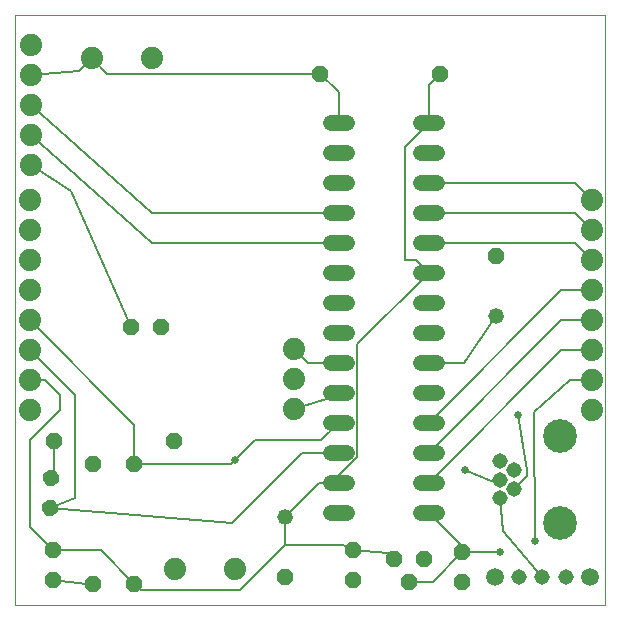
<source format=gtl>
G04 EAGLE Gerber X2 export*
%TF.Part,Single*%
%TF.FileFunction,Other,Top Layer*%
%TF.FilePolarity,Positive*%
%TF.GenerationSoftware,Autodesk,EAGLE,8.7.1*%
%TF.CreationDate,2018-04-17T03:08:04Z*%
G75*
%MOMM*%
%FSLAX34Y34*%
%LPD*%
%AMOC8*
5,1,8,0,0,1.08239X$1,22.5*%
G01*
%ADD10C,0.000000*%
%ADD11C,1.879600*%
%ADD12P,1.429621X8X22.500000*%
%ADD13P,1.429621X8X292.500000*%
%ADD14C,1.320800*%
%ADD15P,1.429621X8X112.500000*%
%ADD16C,1.308000*%
%ADD17C,2.850000*%
%ADD18P,1.429621X8X110.700000*%
%ADD19P,1.429621X8X202.500000*%
%ADD20C,1.320800*%
%ADD21C,1.508000*%
%ADD22C,0.152400*%
%ADD23C,0.654800*%


D10*
X0Y0D02*
X500000Y0D01*
X500000Y500000D01*
X0Y500000D01*
X0Y0D01*
D11*
X12700Y165100D03*
X12700Y190500D03*
X12700Y215900D03*
X12700Y241300D03*
X12700Y266700D03*
X12700Y292100D03*
X12700Y317500D03*
X12700Y342900D03*
X488950Y165100D03*
X488950Y190500D03*
X488950Y215900D03*
X488950Y241300D03*
X488950Y266700D03*
X488950Y292100D03*
X488950Y317500D03*
X488950Y342900D03*
D12*
X98200Y235900D03*
X123600Y235900D03*
D13*
X286770Y46690D03*
X286770Y21290D03*
X378870Y44650D03*
X378870Y19250D03*
D14*
X407400Y245100D03*
D15*
X407400Y295900D03*
D14*
X228400Y75000D03*
D13*
X228400Y24200D03*
D16*
X410560Y90370D03*
X410560Y106370D03*
X410560Y122370D03*
X422560Y98370D03*
X422560Y114370D03*
D17*
X461560Y142870D03*
X461560Y69870D03*
D13*
X32100Y46500D03*
X32100Y21100D03*
D18*
X29701Y82446D03*
X30499Y107834D03*
D13*
X66400Y119820D03*
X66400Y18220D03*
D19*
X134870Y138780D03*
X33270Y138780D03*
D12*
X258700Y449900D03*
X360300Y449900D03*
D13*
X101150Y119790D03*
X101150Y18190D03*
D20*
X267796Y408600D02*
X281004Y408600D01*
X281004Y383200D02*
X267796Y383200D01*
X267796Y357800D02*
X281004Y357800D01*
X281004Y332400D02*
X267796Y332400D01*
X267796Y307000D02*
X281004Y307000D01*
X281004Y281600D02*
X267796Y281600D01*
X267796Y256200D02*
X281004Y256200D01*
X281004Y230800D02*
X267796Y230800D01*
X267796Y205400D02*
X281004Y205400D01*
X281004Y180000D02*
X267796Y180000D01*
X267796Y154600D02*
X281004Y154600D01*
X281004Y129200D02*
X267796Y129200D01*
X267796Y103800D02*
X281004Y103800D01*
X281004Y78400D02*
X267796Y78400D01*
X343996Y78400D02*
X357204Y78400D01*
X357204Y103800D02*
X343996Y103800D01*
X343996Y129200D02*
X357204Y129200D01*
X357204Y154600D02*
X343996Y154600D01*
X343996Y180000D02*
X357204Y180000D01*
X357204Y205400D02*
X343996Y205400D01*
X343996Y230800D02*
X357204Y230800D01*
X357204Y256200D02*
X343996Y256200D01*
X343996Y281600D02*
X357204Y281600D01*
X357204Y307000D02*
X343996Y307000D01*
X343996Y332400D02*
X357204Y332400D01*
X357204Y357800D02*
X343996Y357800D01*
X343996Y383200D02*
X357204Y383200D01*
X357204Y408600D02*
X343996Y408600D01*
D21*
X486620Y24000D03*
X406620Y24000D03*
D16*
X466620Y24000D03*
X446620Y24000D03*
X426620Y24000D03*
D19*
X321400Y39100D03*
X334100Y20050D03*
X346800Y39100D03*
D11*
X65200Y462900D03*
X116000Y462900D03*
X186800Y31000D03*
X136000Y31000D03*
X14080Y473990D03*
X14080Y448590D03*
X14080Y423190D03*
X14080Y397790D03*
X14080Y372390D03*
X236450Y216870D03*
X236450Y191470D03*
X236450Y166070D03*
D22*
X410560Y90370D02*
X413100Y62600D01*
X446620Y24000D01*
X411050Y44650D02*
X378870Y44650D01*
X354270Y20050D01*
X334100Y20050D01*
X378870Y50130D02*
X350600Y78400D01*
X378870Y50130D02*
X378870Y44650D01*
D23*
X411050Y44650D03*
D22*
X440690Y54610D02*
X439420Y163830D01*
X469900Y190500D01*
X488950Y190500D01*
D23*
X440690Y54610D03*
D22*
X350600Y440200D02*
X360300Y449900D01*
X350600Y440200D02*
X350600Y408600D01*
X330200Y388200D01*
X330200Y292100D01*
X340100Y292100D01*
X350600Y281600D01*
X289894Y220894D01*
X274400Y110024D02*
X274400Y103800D01*
X274400Y110024D02*
X289894Y125518D01*
X289894Y220894D01*
X228400Y75000D02*
X228400Y50600D01*
X190500Y12700D01*
X106640Y12700D02*
X101150Y18190D01*
X106640Y12700D02*
X190500Y12700D01*
X286770Y46690D02*
X316350Y44150D01*
X321400Y39100D01*
X277780Y50600D02*
X228400Y50600D01*
X277780Y50600D02*
X286770Y46690D01*
X257200Y103800D02*
X228400Y75000D01*
X257200Y103800D02*
X274400Y103800D01*
X47400Y350500D02*
X14080Y372390D01*
X47400Y350500D02*
X98200Y235900D01*
X72840Y46500D02*
X32100Y46500D01*
X72840Y46500D02*
X101150Y18190D01*
X32100Y46500D02*
X12700Y65900D01*
X12700Y139700D01*
X38100Y165100D01*
X38100Y177800D01*
X25400Y190500D01*
X12700Y190500D01*
X32100Y21100D02*
X60380Y18220D01*
X66400Y18220D01*
X247920Y205400D02*
X274400Y205400D01*
X247920Y205400D02*
X236450Y216870D01*
X236450Y166070D02*
X271900Y177500D01*
X274400Y180000D01*
X350600Y205400D02*
X380400Y205400D01*
X407400Y245100D01*
X54700Y452400D02*
X14080Y448590D01*
X54700Y452400D02*
X65200Y462900D01*
X78200Y449900D01*
X258700Y449900D01*
X274400Y434200D02*
X274400Y408600D01*
X274400Y434200D02*
X258700Y449900D01*
X116300Y332400D02*
X14080Y423190D01*
X116300Y332400D02*
X274400Y332400D01*
X116300Y307000D02*
X14080Y397790D01*
X116300Y307000D02*
X274400Y307000D01*
X274400Y154600D02*
X259500Y139700D01*
X203200Y139700D02*
X186800Y123300D01*
X203200Y139700D02*
X259500Y139700D01*
D23*
X186800Y123300D03*
D22*
X183290Y119790D01*
X101150Y119790D01*
X101150Y152850D01*
X12700Y241300D01*
X29701Y82446D02*
X184046Y69746D01*
X243500Y129200D02*
X274400Y129200D01*
X243500Y129200D02*
X184046Y69746D01*
X50800Y90845D02*
X29701Y82446D01*
X50800Y177800D02*
X12700Y215900D01*
X50800Y177800D02*
X50800Y90845D01*
X350600Y357800D02*
X474050Y357800D01*
X488950Y342900D01*
X474050Y332400D02*
X350600Y332400D01*
X474050Y332400D02*
X488950Y317500D01*
X474050Y307000D02*
X350600Y307000D01*
X474050Y307000D02*
X488950Y292100D01*
X426306Y161444D02*
X433926Y114300D01*
D23*
X426306Y161444D03*
D22*
X433926Y114300D02*
X433926Y109444D01*
X425100Y100618D02*
X422560Y98370D01*
X425100Y100618D02*
X433926Y109444D01*
X402900Y105100D02*
X381000Y114300D01*
X402900Y105100D02*
X410560Y106370D01*
D23*
X381000Y114300D03*
D22*
X350600Y154600D02*
X462700Y266700D01*
X488950Y266700D01*
X462700Y241300D02*
X350600Y129200D01*
X462700Y241300D02*
X488950Y241300D01*
X462700Y215900D02*
X350600Y103800D01*
X462700Y215900D02*
X488950Y215900D01*
X33270Y138780D02*
X33270Y110605D01*
X30499Y107834D01*
M02*

</source>
